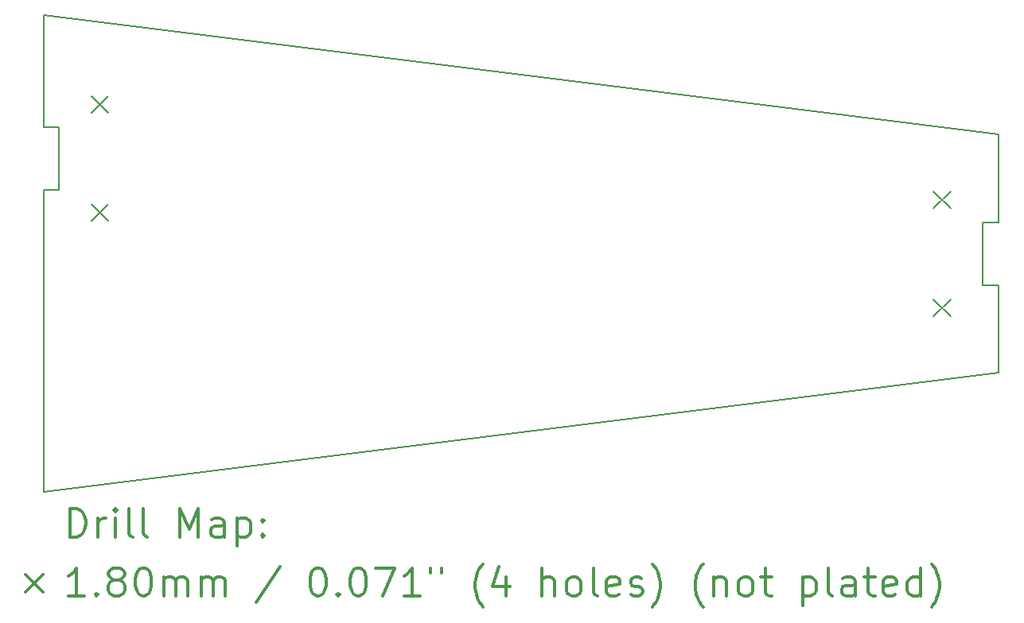
<source format=gbr>
%FSLAX45Y45*%
G04 Gerber Fmt 4.5, Leading zero omitted, Abs format (unit mm)*
G04 Created by KiCad (PCBNEW 5.0.2+dfsg1-1) date Fri 09 Dec 2022 08:13:51 PM PST*
%MOMM*%
%LPD*%
G01*
G04 APERTURE LIST*
%ADD10C,0.203200*%
%ADD11C,0.200000*%
%ADD12C,0.300000*%
G04 APERTURE END LIST*
D10*
X2540000Y-7620000D02*
X12700000Y-6350000D01*
X12700000Y-5416550D02*
X12700000Y-6350000D01*
X12534900Y-5416550D02*
X12700000Y-5416550D01*
X12534900Y-4743450D02*
X12534900Y-5416550D01*
X12700000Y-4743450D02*
X12534900Y-4743450D01*
X12700000Y-3810000D02*
X12700000Y-4743450D01*
X2540000Y-3727450D02*
X2540000Y-2540000D01*
X2705100Y-3727450D02*
X2540000Y-3727450D01*
X2705100Y-4400550D02*
X2705100Y-3727450D01*
X2540000Y-4400550D02*
X2705100Y-4400550D01*
X2540000Y-7620000D02*
X2540000Y-4400550D01*
X2540000Y-2540000D02*
X12700000Y-3810000D01*
D11*
X3050000Y-3400000D02*
X3230000Y-3580000D01*
X3230000Y-3400000D02*
X3050000Y-3580000D01*
X3050000Y-4548000D02*
X3230000Y-4728000D01*
X3230000Y-4548000D02*
X3050000Y-4728000D01*
X12010000Y-4416000D02*
X12190000Y-4596000D01*
X12190000Y-4416000D02*
X12010000Y-4596000D01*
X12010000Y-5564000D02*
X12190000Y-5744000D01*
X12190000Y-5564000D02*
X12010000Y-5744000D01*
D12*
X2816268Y-8095874D02*
X2816268Y-7795874D01*
X2887697Y-7795874D01*
X2930554Y-7810160D01*
X2959126Y-7838731D01*
X2973411Y-7867303D01*
X2987697Y-7924446D01*
X2987697Y-7967303D01*
X2973411Y-8024446D01*
X2959126Y-8053017D01*
X2930554Y-8081589D01*
X2887697Y-8095874D01*
X2816268Y-8095874D01*
X3116268Y-8095874D02*
X3116268Y-7895874D01*
X3116268Y-7953017D02*
X3130554Y-7924446D01*
X3144840Y-7910160D01*
X3173411Y-7895874D01*
X3201983Y-7895874D01*
X3301983Y-8095874D02*
X3301983Y-7895874D01*
X3301983Y-7795874D02*
X3287697Y-7810160D01*
X3301983Y-7824446D01*
X3316268Y-7810160D01*
X3301983Y-7795874D01*
X3301983Y-7824446D01*
X3487697Y-8095874D02*
X3459126Y-8081589D01*
X3444840Y-8053017D01*
X3444840Y-7795874D01*
X3644840Y-8095874D02*
X3616268Y-8081589D01*
X3601983Y-8053017D01*
X3601983Y-7795874D01*
X3987697Y-8095874D02*
X3987697Y-7795874D01*
X4087697Y-8010160D01*
X4187697Y-7795874D01*
X4187697Y-8095874D01*
X4459126Y-8095874D02*
X4459126Y-7938731D01*
X4444840Y-7910160D01*
X4416268Y-7895874D01*
X4359126Y-7895874D01*
X4330554Y-7910160D01*
X4459126Y-8081589D02*
X4430554Y-8095874D01*
X4359126Y-8095874D01*
X4330554Y-8081589D01*
X4316268Y-8053017D01*
X4316268Y-8024446D01*
X4330554Y-7995874D01*
X4359126Y-7981589D01*
X4430554Y-7981589D01*
X4459126Y-7967303D01*
X4601983Y-7895874D02*
X4601983Y-8195874D01*
X4601983Y-7910160D02*
X4630554Y-7895874D01*
X4687697Y-7895874D01*
X4716268Y-7910160D01*
X4730554Y-7924446D01*
X4744840Y-7953017D01*
X4744840Y-8038731D01*
X4730554Y-8067303D01*
X4716268Y-8081589D01*
X4687697Y-8095874D01*
X4630554Y-8095874D01*
X4601983Y-8081589D01*
X4873411Y-8067303D02*
X4887697Y-8081589D01*
X4873411Y-8095874D01*
X4859126Y-8081589D01*
X4873411Y-8067303D01*
X4873411Y-8095874D01*
X4873411Y-7910160D02*
X4887697Y-7924446D01*
X4873411Y-7938731D01*
X4859126Y-7924446D01*
X4873411Y-7910160D01*
X4873411Y-7938731D01*
X2349840Y-8500160D02*
X2529840Y-8680160D01*
X2529840Y-8500160D02*
X2349840Y-8680160D01*
X2973411Y-8725874D02*
X2801983Y-8725874D01*
X2887697Y-8725874D02*
X2887697Y-8425874D01*
X2859126Y-8468732D01*
X2830554Y-8497303D01*
X2801983Y-8511589D01*
X3101983Y-8697303D02*
X3116268Y-8711589D01*
X3101983Y-8725874D01*
X3087697Y-8711589D01*
X3101983Y-8697303D01*
X3101983Y-8725874D01*
X3287697Y-8554446D02*
X3259126Y-8540160D01*
X3244840Y-8525874D01*
X3230554Y-8497303D01*
X3230554Y-8483017D01*
X3244840Y-8454446D01*
X3259126Y-8440160D01*
X3287697Y-8425874D01*
X3344840Y-8425874D01*
X3373411Y-8440160D01*
X3387697Y-8454446D01*
X3401983Y-8483017D01*
X3401983Y-8497303D01*
X3387697Y-8525874D01*
X3373411Y-8540160D01*
X3344840Y-8554446D01*
X3287697Y-8554446D01*
X3259126Y-8568732D01*
X3244840Y-8583017D01*
X3230554Y-8611589D01*
X3230554Y-8668732D01*
X3244840Y-8697303D01*
X3259126Y-8711589D01*
X3287697Y-8725874D01*
X3344840Y-8725874D01*
X3373411Y-8711589D01*
X3387697Y-8697303D01*
X3401983Y-8668732D01*
X3401983Y-8611589D01*
X3387697Y-8583017D01*
X3373411Y-8568732D01*
X3344840Y-8554446D01*
X3587697Y-8425874D02*
X3616268Y-8425874D01*
X3644840Y-8440160D01*
X3659126Y-8454446D01*
X3673411Y-8483017D01*
X3687697Y-8540160D01*
X3687697Y-8611589D01*
X3673411Y-8668732D01*
X3659126Y-8697303D01*
X3644840Y-8711589D01*
X3616268Y-8725874D01*
X3587697Y-8725874D01*
X3559126Y-8711589D01*
X3544840Y-8697303D01*
X3530554Y-8668732D01*
X3516268Y-8611589D01*
X3516268Y-8540160D01*
X3530554Y-8483017D01*
X3544840Y-8454446D01*
X3559126Y-8440160D01*
X3587697Y-8425874D01*
X3816268Y-8725874D02*
X3816268Y-8525874D01*
X3816268Y-8554446D02*
X3830554Y-8540160D01*
X3859126Y-8525874D01*
X3901983Y-8525874D01*
X3930554Y-8540160D01*
X3944840Y-8568732D01*
X3944840Y-8725874D01*
X3944840Y-8568732D02*
X3959126Y-8540160D01*
X3987697Y-8525874D01*
X4030554Y-8525874D01*
X4059126Y-8540160D01*
X4073411Y-8568732D01*
X4073411Y-8725874D01*
X4216268Y-8725874D02*
X4216268Y-8525874D01*
X4216268Y-8554446D02*
X4230554Y-8540160D01*
X4259126Y-8525874D01*
X4301983Y-8525874D01*
X4330554Y-8540160D01*
X4344840Y-8568732D01*
X4344840Y-8725874D01*
X4344840Y-8568732D02*
X4359126Y-8540160D01*
X4387697Y-8525874D01*
X4430554Y-8525874D01*
X4459126Y-8540160D01*
X4473411Y-8568732D01*
X4473411Y-8725874D01*
X5059126Y-8411589D02*
X4801983Y-8797303D01*
X5444840Y-8425874D02*
X5473411Y-8425874D01*
X5501983Y-8440160D01*
X5516268Y-8454446D01*
X5530554Y-8483017D01*
X5544840Y-8540160D01*
X5544840Y-8611589D01*
X5530554Y-8668732D01*
X5516268Y-8697303D01*
X5501983Y-8711589D01*
X5473411Y-8725874D01*
X5444840Y-8725874D01*
X5416268Y-8711589D01*
X5401983Y-8697303D01*
X5387697Y-8668732D01*
X5373411Y-8611589D01*
X5373411Y-8540160D01*
X5387697Y-8483017D01*
X5401983Y-8454446D01*
X5416268Y-8440160D01*
X5444840Y-8425874D01*
X5673411Y-8697303D02*
X5687697Y-8711589D01*
X5673411Y-8725874D01*
X5659126Y-8711589D01*
X5673411Y-8697303D01*
X5673411Y-8725874D01*
X5873411Y-8425874D02*
X5901983Y-8425874D01*
X5930554Y-8440160D01*
X5944840Y-8454446D01*
X5959126Y-8483017D01*
X5973411Y-8540160D01*
X5973411Y-8611589D01*
X5959126Y-8668732D01*
X5944840Y-8697303D01*
X5930554Y-8711589D01*
X5901983Y-8725874D01*
X5873411Y-8725874D01*
X5844840Y-8711589D01*
X5830554Y-8697303D01*
X5816268Y-8668732D01*
X5801983Y-8611589D01*
X5801983Y-8540160D01*
X5816268Y-8483017D01*
X5830554Y-8454446D01*
X5844840Y-8440160D01*
X5873411Y-8425874D01*
X6073411Y-8425874D02*
X6273411Y-8425874D01*
X6144840Y-8725874D01*
X6544840Y-8725874D02*
X6373411Y-8725874D01*
X6459126Y-8725874D02*
X6459126Y-8425874D01*
X6430554Y-8468732D01*
X6401983Y-8497303D01*
X6373411Y-8511589D01*
X6659126Y-8425874D02*
X6659126Y-8483017D01*
X6773411Y-8425874D02*
X6773411Y-8483017D01*
X7216268Y-8840160D02*
X7201983Y-8825874D01*
X7173411Y-8783017D01*
X7159126Y-8754446D01*
X7144840Y-8711589D01*
X7130554Y-8640160D01*
X7130554Y-8583017D01*
X7144840Y-8511589D01*
X7159126Y-8468732D01*
X7173411Y-8440160D01*
X7201983Y-8397303D01*
X7216268Y-8383017D01*
X7459126Y-8525874D02*
X7459126Y-8725874D01*
X7387697Y-8411589D02*
X7316268Y-8625874D01*
X7501983Y-8625874D01*
X7844840Y-8725874D02*
X7844840Y-8425874D01*
X7973411Y-8725874D02*
X7973411Y-8568732D01*
X7959126Y-8540160D01*
X7930554Y-8525874D01*
X7887697Y-8525874D01*
X7859126Y-8540160D01*
X7844840Y-8554446D01*
X8159126Y-8725874D02*
X8130554Y-8711589D01*
X8116268Y-8697303D01*
X8101983Y-8668732D01*
X8101983Y-8583017D01*
X8116268Y-8554446D01*
X8130554Y-8540160D01*
X8159126Y-8525874D01*
X8201983Y-8525874D01*
X8230554Y-8540160D01*
X8244840Y-8554446D01*
X8259126Y-8583017D01*
X8259126Y-8668732D01*
X8244840Y-8697303D01*
X8230554Y-8711589D01*
X8201983Y-8725874D01*
X8159126Y-8725874D01*
X8430554Y-8725874D02*
X8401983Y-8711589D01*
X8387697Y-8683017D01*
X8387697Y-8425874D01*
X8659126Y-8711589D02*
X8630554Y-8725874D01*
X8573411Y-8725874D01*
X8544840Y-8711589D01*
X8530554Y-8683017D01*
X8530554Y-8568732D01*
X8544840Y-8540160D01*
X8573411Y-8525874D01*
X8630554Y-8525874D01*
X8659126Y-8540160D01*
X8673411Y-8568732D01*
X8673411Y-8597303D01*
X8530554Y-8625874D01*
X8787697Y-8711589D02*
X8816268Y-8725874D01*
X8873411Y-8725874D01*
X8901983Y-8711589D01*
X8916268Y-8683017D01*
X8916268Y-8668732D01*
X8901983Y-8640160D01*
X8873411Y-8625874D01*
X8830554Y-8625874D01*
X8801983Y-8611589D01*
X8787697Y-8583017D01*
X8787697Y-8568732D01*
X8801983Y-8540160D01*
X8830554Y-8525874D01*
X8873411Y-8525874D01*
X8901983Y-8540160D01*
X9016268Y-8840160D02*
X9030554Y-8825874D01*
X9059126Y-8783017D01*
X9073411Y-8754446D01*
X9087697Y-8711589D01*
X9101983Y-8640160D01*
X9101983Y-8583017D01*
X9087697Y-8511589D01*
X9073411Y-8468732D01*
X9059126Y-8440160D01*
X9030554Y-8397303D01*
X9016268Y-8383017D01*
X9559126Y-8840160D02*
X9544840Y-8825874D01*
X9516268Y-8783017D01*
X9501983Y-8754446D01*
X9487697Y-8711589D01*
X9473411Y-8640160D01*
X9473411Y-8583017D01*
X9487697Y-8511589D01*
X9501983Y-8468732D01*
X9516268Y-8440160D01*
X9544840Y-8397303D01*
X9559126Y-8383017D01*
X9673411Y-8525874D02*
X9673411Y-8725874D01*
X9673411Y-8554446D02*
X9687697Y-8540160D01*
X9716268Y-8525874D01*
X9759126Y-8525874D01*
X9787697Y-8540160D01*
X9801983Y-8568732D01*
X9801983Y-8725874D01*
X9987697Y-8725874D02*
X9959126Y-8711589D01*
X9944840Y-8697303D01*
X9930554Y-8668732D01*
X9930554Y-8583017D01*
X9944840Y-8554446D01*
X9959126Y-8540160D01*
X9987697Y-8525874D01*
X10030554Y-8525874D01*
X10059126Y-8540160D01*
X10073411Y-8554446D01*
X10087697Y-8583017D01*
X10087697Y-8668732D01*
X10073411Y-8697303D01*
X10059126Y-8711589D01*
X10030554Y-8725874D01*
X9987697Y-8725874D01*
X10173411Y-8525874D02*
X10287697Y-8525874D01*
X10216268Y-8425874D02*
X10216268Y-8683017D01*
X10230554Y-8711589D01*
X10259126Y-8725874D01*
X10287697Y-8725874D01*
X10616268Y-8525874D02*
X10616268Y-8825874D01*
X10616268Y-8540160D02*
X10644840Y-8525874D01*
X10701983Y-8525874D01*
X10730554Y-8540160D01*
X10744840Y-8554446D01*
X10759126Y-8583017D01*
X10759126Y-8668732D01*
X10744840Y-8697303D01*
X10730554Y-8711589D01*
X10701983Y-8725874D01*
X10644840Y-8725874D01*
X10616268Y-8711589D01*
X10930554Y-8725874D02*
X10901983Y-8711589D01*
X10887697Y-8683017D01*
X10887697Y-8425874D01*
X11173411Y-8725874D02*
X11173411Y-8568732D01*
X11159126Y-8540160D01*
X11130554Y-8525874D01*
X11073411Y-8525874D01*
X11044840Y-8540160D01*
X11173411Y-8711589D02*
X11144840Y-8725874D01*
X11073411Y-8725874D01*
X11044840Y-8711589D01*
X11030554Y-8683017D01*
X11030554Y-8654446D01*
X11044840Y-8625874D01*
X11073411Y-8611589D01*
X11144840Y-8611589D01*
X11173411Y-8597303D01*
X11273411Y-8525874D02*
X11387697Y-8525874D01*
X11316268Y-8425874D02*
X11316268Y-8683017D01*
X11330554Y-8711589D01*
X11359126Y-8725874D01*
X11387697Y-8725874D01*
X11601983Y-8711589D02*
X11573411Y-8725874D01*
X11516268Y-8725874D01*
X11487697Y-8711589D01*
X11473411Y-8683017D01*
X11473411Y-8568732D01*
X11487697Y-8540160D01*
X11516268Y-8525874D01*
X11573411Y-8525874D01*
X11601983Y-8540160D01*
X11616268Y-8568732D01*
X11616268Y-8597303D01*
X11473411Y-8625874D01*
X11873411Y-8725874D02*
X11873411Y-8425874D01*
X11873411Y-8711589D02*
X11844840Y-8725874D01*
X11787697Y-8725874D01*
X11759126Y-8711589D01*
X11744840Y-8697303D01*
X11730554Y-8668732D01*
X11730554Y-8583017D01*
X11744840Y-8554446D01*
X11759126Y-8540160D01*
X11787697Y-8525874D01*
X11844840Y-8525874D01*
X11873411Y-8540160D01*
X11987697Y-8840160D02*
X12001983Y-8825874D01*
X12030554Y-8783017D01*
X12044840Y-8754446D01*
X12059126Y-8711589D01*
X12073411Y-8640160D01*
X12073411Y-8583017D01*
X12059126Y-8511589D01*
X12044840Y-8468732D01*
X12030554Y-8440160D01*
X12001983Y-8397303D01*
X11987697Y-8383017D01*
M02*

</source>
